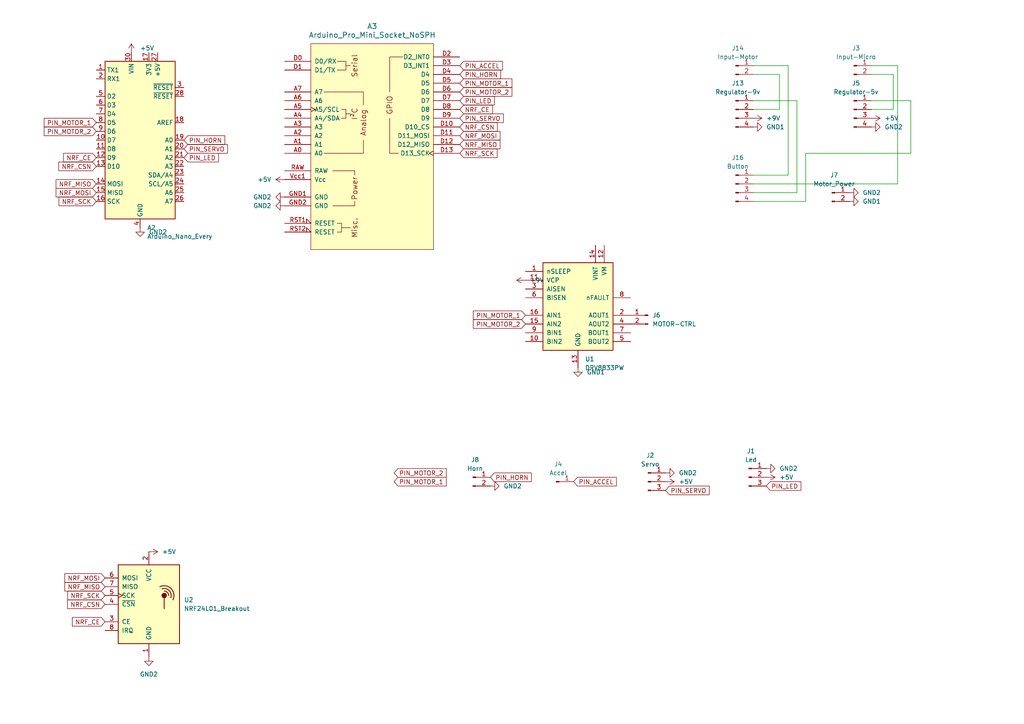
<source format=kicad_sch>
(kicad_sch (version 20230121) (generator eeschema)
  (paper "A4")
  (lib_symbols
    (symbol "Connector:Conn_01x01_Male" (pin_names (offset 1.016) hide)
      (property "Reference" "J" (at 0 2.54 0))
      (property "Value" "Conn_01x01_Male" (at 0 -2.54 0))
      (symbol "Conn_01x01_Male_1_1"
        (polyline (pts (xy 1.27 0) (xy 0.8636 0)) (stroke (width 0.1524)))
        (rectangle (start 0.8636 0.127) (end 0 -0.127) (stroke (width 0.1524)) (fill (type outline)))
        (pin passive line (at 5.08 0 180) (length 3.81) (name "Pin_1") (number "1"))
      )
    )
    (symbol "Connector:Conn_01x02_Male" (pin_names (offset 1.016) hide)
      (property "Reference" "J" (at 0 2.54 0))
      (property "Value" "Conn_01x02_Male" (at 0 -5.08 0))
      (symbol "Conn_01x02_Male_1_1"
        (polyline (pts (xy 1.27 -2.54) (xy 0.8636 -2.54)) (stroke (width 0.1524)))
        (polyline (pts (xy 1.27 0) (xy 0.8636 0)) (stroke (width 0.1524)))
        (rectangle (start 0.8636 -2.413) (end 0 -2.667) (stroke (width 0.1524)) (fill (type outline)))
        (rectangle (start 0.8636 0.127) (end 0 -0.127) (stroke (width 0.1524)) (fill (type outline)))
        (pin passive line (at 5.08 0 180) (length 3.81) (name "Pin_1") (number "1"))
        (pin passive line (at 5.08 -2.54 180) (length 3.81) (name "Pin_2") (number "2"))
      )
    )
    (symbol "Connector:Conn_01x03_Male" (pin_names (offset 1.016) hide)
      (property "Reference" "J" (at 0 5.08 0))
      (property "Value" "Conn_01x03_Male" (at 0 -5.08 0))
      (symbol "Conn_01x03_Male_1_1"
        (polyline (pts (xy 1.27 -2.54) (xy 0.8636 -2.54)) (stroke (width 0.1524)))
        (polyline (pts (xy 1.27 0) (xy 0.8636 0)) (stroke (width 0.1524)))
        (polyline (pts (xy 1.27 2.54) (xy 0.8636 2.54)) (stroke (width 0.1524)))
        (rectangle (start 0.8636 -2.413) (end 0 -2.667) (stroke (width 0.1524)) (fill (type outline)))
        (rectangle (start 0.8636 0.127) (end 0 -0.127) (stroke (width 0.1524)) (fill (type outline)))
        (rectangle (start 0.8636 2.667) (end 0 2.413) (stroke (width 0.1524)) (fill (type outline)))
        (pin passive line (at 5.08 2.54 180) (length 3.81) (name "Pin_1") (number "1"))
        (pin passive line (at 5.08 0 180) (length 3.81) (name "Pin_2") (number "2"))
        (pin passive line (at 5.08 -2.54 180) (length 3.81) (name "Pin_3") (number "3"))
      )
    )
    (symbol "Connector:Conn_01x04_Male" (pin_names (offset 1.016) hide)
      (property "Reference" "J" (at 0 5.08 0))
      (property "Value" "Conn_01x04_Male" (at 0 -7.62 0))
      (symbol "Conn_01x04_Male_1_1"
        (polyline (pts (xy 1.27 -5.08) (xy 0.8636 -5.08)) (stroke (width 0.1524)))
        (polyline (pts (xy 1.27 -2.54) (xy 0.8636 -2.54)) (stroke (width 0.1524)))
        (polyline (pts (xy 1.27 0) (xy 0.8636 0)) (stroke (width 0.1524)))
        (polyline (pts (xy 1.27 2.54) (xy 0.8636 2.54)) (stroke (width 0.1524)))
        (rectangle (start 0.8636 -4.953) (end 0 -5.207) (stroke (width 0.1524)) (fill (type outline)))
        (rectangle (start 0.8636 -2.413) (end 0 -2.667) (stroke (width 0.1524)) (fill (type outline)))
        (rectangle (start 0.8636 0.127) (end 0 -0.127) (stroke (width 0.1524)) (fill (type outline)))
        (rectangle (start 0.8636 2.667) (end 0 2.413) (stroke (width 0.1524)) (fill (type outline)))
        (pin passive line (at 5.08 2.54 180) (length 3.81) (name "Pin_1") (number "1"))
        (pin passive line (at 5.08 0 180) (length 3.81) (name "Pin_2") (number "2"))
        (pin passive line (at 5.08 -2.54 180) (length 3.81) (name "Pin_3") (number "3"))
        (pin passive line (at 5.08 -5.08 180) (length 3.81) (name "Pin_4") (number "4"))
      )
    )
    (symbol "Driver_Motor:DRV8833PW" (pin_names (offset 1.016))
      (property "Reference" "U" (at -3.81 16.51 0))
      (property "Value" "DRV8833PW" (at -3.81 13.97 0))
      (symbol "DRV8833PW_0_1"
        (rectangle (start -10.16 12.7) (end 10.16 -12.7) (stroke (width 0.254)) (fill (type background)))
      )
      (symbol "DRV8833PW_1_1"
        (pin input line (at -15.24 10.16 0) (length 5.08) (name "nSLEEP") (number "1"))
        (pin input line (at -15.24 -10.16 0) (length 5.08) (name "BIN2") (number "10"))
        (pin bidirectional line (at -15.24 7.62 0) (length 5.08) (name "VCP") (number "11"))
        (pin power_in line (at 7.62 17.78 270) (length 5.08) (name "VM") (number "12"))
        (pin power_in line (at 0 -17.78 90) (length 5.08) (name "GND") (number "13"))
        (pin power_in line (at 5.08 17.78 270) (length 5.08) (name "VINT") (number "14"))
        (pin input line (at -15.24 -5.08 0) (length 5.08) (name "AIN2") (number "15"))
        (pin input line (at -15.24 -2.54 0) (length 5.08) (name "AIN1") (number "16"))
        (pin power_out line (at 15.24 -2.54 180) (length 5.08) (name "AOUT1") (number "2"))
        (pin bidirectional line (at -15.24 5.08 0) (length 5.08) (name "AISEN") (number "3"))
        (pin power_out line (at 15.24 -5.08 180) (length 5.08) (name "AOUT2") (number "4"))
        (pin power_out line (at 15.24 -10.16 180) (length 5.08) (name "BOUT2") (number "5"))
        (pin bidirectional line (at -15.24 2.54 0) (length 5.08) (name "BISEN") (number "6"))
        (pin power_out line (at 15.24 -7.62 180) (length 5.08) (name "BOUT1") (number "7"))
        (pin open_collector line (at 15.24 2.54 180) (length 5.08) (name "nFAULT") (number "8"))
        (pin input line (at -15.24 -7.62 0) (length 5.08) (name "BIN1") (number "9"))
      )
    )
    (symbol "MCU_Module:Arduino_Nano_Every"
      (property "Reference" "A" (at -10.16 23.495 0))
      (property "Value" "Arduino_Nano_Every" (at 5.08 -24.13 0))
      (symbol "Arduino_Nano_Every_0_1"
        (rectangle (start -10.16 22.86) (end 10.16 -22.86) (stroke (width 0.254)) (fill (type background)))
      )
      (symbol "Arduino_Nano_Every_1_1"
        (pin bidirectional line (at -12.7 20.32 0) (length 2.54) (name "TX1") (number "1"))
        (pin bidirectional line (at -12.7 0 0) (length 2.54) (name "D7") (number "10"))
        (pin bidirectional line (at -12.7 -2.54 0) (length 2.54) (name "D8") (number "11"))
        (pin bidirectional line (at -12.7 -5.08 0) (length 2.54) (name "D9") (number "12"))
        (pin bidirectional line (at -12.7 -7.62 0) (length 2.54) (name "D10") (number "13"))
        (pin bidirectional line (at -12.7 -12.7 0) (length 2.54) (name "MOSI") (number "14"))
        (pin bidirectional line (at -12.7 -15.24 0) (length 2.54) (name "MISO") (number "15"))
        (pin bidirectional line (at -12.7 -17.78 0) (length 2.54) (name "SCK") (number "16"))
        (pin power_out line (at 2.54 25.4 270) (length 2.54) (name "3V3") (number "17"))
        (pin input line (at 12.7 5.08 180) (length 2.54) (name "AREF") (number "18"))
        (pin bidirectional line (at 12.7 0 180) (length 2.54) (name "A0") (number "19"))
        (pin bidirectional line (at -12.7 17.78 0) (length 2.54) (name "RX1") (number "2"))
        (pin bidirectional line (at 12.7 -2.54 180) (length 2.54) (name "A1") (number "20"))
        (pin bidirectional line (at 12.7 -5.08 180) (length 2.54) (name "A2") (number "21"))
        (pin bidirectional line (at 12.7 -7.62 180) (length 2.54) (name "A3") (number "22"))
        (pin bidirectional line (at 12.7 -10.16 180) (length 2.54) (name "SDA/A4") (number "23"))
        (pin bidirectional line (at 12.7 -12.7 180) (length 2.54) (name "SCL/A5") (number "24"))
        (pin bidirectional line (at 12.7 -15.24 180) (length 2.54) (name "A6") (number "25"))
        (pin bidirectional line (at 12.7 -17.78 180) (length 2.54) (name "A7") (number "26"))
        (pin power_out line (at 5.08 25.4 270) (length 2.54) (name "+5V") (number "27"))
        (pin input line (at 12.7 12.7 180) (length 2.54) (name "~{RESET}") (number "28"))
        (pin passive line (at 0 -25.4 90) (length 2.54) hide (name "GND") (number "29"))
        (pin input line (at 12.7 15.24 180) (length 2.54) (name "~{RESET}") (number "3"))
        (pin power_in line (at -2.54 25.4 270) (length 2.54) (name "VIN") (number "30"))
        (pin power_in line (at 0 -25.4 90) (length 2.54) (name "GND") (number "4"))
        (pin bidirectional line (at -12.7 12.7 0) (length 2.54) (name "D2") (number "5"))
        (pin bidirectional line (at -12.7 10.16 0) (length 2.54) (name "D3") (number "6"))
        (pin bidirectional line (at -12.7 7.62 0) (length 2.54) (name "D4") (number "7"))
        (pin bidirectional line (at -12.7 5.08 0) (length 2.54) (name "D5") (number "8"))
        (pin bidirectional line (at -12.7 2.54 0) (length 2.54) (name "D6") (number "9"))
      )
    )
    (symbol "PCM_arduino-library:Arduino_Pro_Mini_Socket_NoSPH" (pin_names (offset 1.016))
      (property "Reference" "A" (at 0 36.83 0))
      (property "Value" "Arduino_Pro_Mini_Socket_NoSPH" (at 0 33.02 0))
      (symbol "Arduino_Pro_Mini_Socket_NoSPH_0_0"
        (rectangle (start -17.78 30.48) (end 17.78 -29.21) (fill (type background)))
        (polyline (pts (xy -7.62 10.16) (xy -6.35 10.16)))
        (polyline (pts (xy -7.62 24.13) (xy -6.35 24.13)))
        (polyline (pts (xy -6.35 -22.86) (xy -8.89 -22.86)))
        (polyline (pts (xy -11.43 -16.51) (xy -5.08 -16.51) (xy -5.08 -15.24)))
        (polyline (pts (xy -5.08 -7.62) (xy -5.08 -6.35) (xy -11.43 -6.35)))
        (polyline (pts (xy -2.54 2.54) (xy -2.54 -1.27) (xy -13.97 -1.27)))
        (polyline (pts (xy -2.54 12.7) (xy -2.54 16.51) (xy -13.97 16.51)))
        (polyline (pts (xy -10.16 25.4) (xy -7.62 25.4) (xy -7.62 22.86) (xy -10.16 22.86)))
        (polyline (pts (xy -8.89 11.43) (xy -7.62 11.43) (xy -7.62 8.89) (xy -8.89 8.89)))
        (text "Analog" (at -2.54 7.62 900) (effects (font (size 1.524 1.524))))
        (text "I²C" (at -5.08 10.16 900) (effects (font (size 1.524 1.524))))
        (text "Misc." (at -5.08 -22.86 900) (effects (font (size 1.524 1.524))))
        (text "Power" (at -5.08 -11.43 900) (effects (font (size 1.524 1.524))))
        (text "Serial" (at -5.08 24.13 900) (effects (font (size 1.524 1.524))))
      )
      (symbol "Arduino_Pro_Mini_Socket_NoSPH_0_1"
        (polyline (pts (xy 7.62 -1.27) (xy 5.08 -1.27) (xy 5.08 8.89)))
        (polyline (pts (xy 8.89 26.67) (xy 5.08 26.67) (xy 5.08 16.51)))
        (polyline (pts (xy -10.16 -24.13) (xy -8.89 -24.13) (xy -8.89 -21.59) (xy -10.16 -21.59)))
      )
      (symbol "Arduino_Pro_Mini_Socket_NoSPH_1_0"
        (text "GPIO" (at 5.08 12.7 900) (effects (font (size 1.524 1.524))))
      )
      (symbol "Arduino_Pro_Mini_Socket_NoSPH_1_1"
        (pin bidirectional line (at -25.4 -1.27 0) (length 7.62) (name "A0") (number "A0"))
        (pin bidirectional line (at -25.4 1.27 0) (length 7.62) (name "A1") (number "A1"))
        (pin bidirectional line (at -25.4 3.81 0) (length 7.62) (name "A2") (number "A2"))
        (pin bidirectional line (at -25.4 6.35 0) (length 7.62) (name "A3") (number "A3"))
        (pin bidirectional line (at -25.4 8.89 0) (length 7.62) (name "A4/SDA") (number "A4"))
        (pin bidirectional clock (at -25.4 11.43 0) (length 7.62) (name "A5/SCL") (number "A5"))
        (pin input line (at -25.4 13.97 0) (length 7.62) (name "A6") (number "A6"))
        (pin input line (at -25.4 16.51 0) (length 7.62) (name "A7") (number "A7"))
        (pin bidirectional line (at -25.4 25.4 0) (length 7.62) (name "D0/RX") (number "D0"))
        (pin bidirectional line (at -25.4 22.86 0) (length 7.62) (name "D1/TX") (number "D1"))
        (pin bidirectional line (at 25.4 6.35 180) (length 7.62) (name "D10_CS") (number "D10"))
        (pin bidirectional line (at 25.4 3.81 180) (length 7.62) (name "D11_MOSI") (number "D11"))
        (pin bidirectional line (at 25.4 1.27 180) (length 7.62) (name "D12_MISO") (number "D12"))
        (pin bidirectional clock (at 25.4 -1.27 180) (length 7.62) (name "D13_SCK") (number "D13"))
        (pin bidirectional line (at 25.4 26.67 180) (length 7.62) (name "D2_INT0") (number "D2"))
        (pin bidirectional line (at 25.4 24.13 180) (length 7.62) (name "D3_INT1") (number "D3"))
        (pin bidirectional line (at 25.4 21.59 180) (length 7.62) (name "D4") (number "D4"))
        (pin bidirectional line (at 25.4 19.05 180) (length 7.62) (name "D5") (number "D5"))
        (pin bidirectional line (at 25.4 16.51 180) (length 7.62) (name "D6") (number "D6"))
        (pin bidirectional line (at 25.4 13.97 180) (length 7.62) (name "D7") (number "D7"))
        (pin bidirectional line (at 25.4 11.43 180) (length 7.62) (name "D8") (number "D8"))
        (pin bidirectional line (at 25.4 8.89 180) (length 7.62) (name "D9") (number "D9"))
        (pin power_in line (at -25.4 -13.97 0) (length 7.62) (name "GND") (number "GND1"))
        (pin power_in line (at -25.4 -16.51 0) (length 7.62) (name "GND") (number "GND2"))
        (pin power_in line (at -25.4 -6.35 0) (length 7.62) (name "RAW") (number "RAW"))
        (pin open_collector input_low (at -25.4 -21.59 0) (length 7.62) (name "RESET") (number "RST1"))
        (pin open_collector input_low (at -25.4 -24.13 0) (length 7.62) (name "RESET") (number "RST2"))
        (pin power_in line (at -25.4 -8.89 0) (length 7.62) (name "Vcc") (number "Vcc1"))
      )
    )
    (symbol "RF:NRF24L01_Breakout" (pin_names (offset 1.016))
      (property "Reference" "U" (at -8.89 12.7 0))
      (property "Value" "NRF24L01_Breakout" (at 3.81 12.7 0))
      (symbol "NRF24L01_Breakout_0_1"
        (rectangle (start -8.89 11.43) (end 8.89 -11.43) (stroke (width 0.254)) (fill (type background)))
        (polyline (pts (xy 4.445 1.905) (xy 4.445 -1.27)) (stroke (width 0.254)))
        (circle (center 4.445 2.54) (radius 0.635) (stroke (width 0.254)) (fill (type outline)))
        (arc (start 5.715 2.54) (mid 5.3559 3.4509) (end 4.445 3.81) (stroke (width 0.254)))
        (arc (start 6.35 1.905) (mid 5.8833 3.9783) (end 3.81 4.445) (stroke (width 0.254)))
        (arc (start 6.985 1.27) (mid 6.453 4.548) (end 3.175 5.08) (stroke (width 0.254)))
      )
      (symbol "NRF24L01_Breakout_1_1"
        (pin power_in line (at 0 -15.24 90) (length 3.81) (name "GND") (number "1"))
        (pin power_in line (at 0 15.24 270) (length 3.81) (name "VCC") (number "2"))
        (pin input line (at -12.7 -5.08 0) (length 3.81) (name "CE") (number "3"))
        (pin input line (at -12.7 0 0) (length 3.81) (name "~{CSN}") (number "4"))
        (pin input clock (at -12.7 2.54 0) (length 3.81) (name "SCK") (number "5"))
        (pin input line (at -12.7 7.62 0) (length 3.81) (name "MOSI") (number "6"))
        (pin output line (at -12.7 5.08 0) (length 3.81) (name "MISO") (number "7"))
        (pin output line (at -12.7 -7.62 0) (length 3.81) (name "IRQ") (number "8"))
      )
    )
    (symbol "power:+5V" (power) (pin_names (offset 0))
      (property "Value" "+5V" (at 0 3.556 0))
      (symbol "+5V_0_1"
        (polyline (pts (xy -0.762 1.27) (xy 0 2.54)))
        (polyline (pts (xy 0 0) (xy 0 2.54)))
        (polyline (pts (xy 0 2.54) (xy 0.762 1.27)))
      )
      (symbol "+5V_1_1"
        (pin power_in line (at 0 0 90) (length 0) hide (name "+5V") (number "1"))
      )
    )
    (symbol "power:+9V" (power) (pin_names (offset 0))
      (property "Value" "+9V" (at 0 3.556 0))
      (symbol "+9V_0_1"
        (polyline (pts (xy -0.762 1.27) (xy 0 2.54)))
        (polyline (pts (xy 0 0) (xy 0 2.54)))
        (polyline (pts (xy 0 2.54) (xy 0.762 1.27)))
      )
      (symbol "+9V_1_1"
        (pin power_in line (at 0 0 90) (length 0) hide (name "+9V") (number "1"))
      )
    )
    (symbol "power:GND1" (power) (pin_names (offset 0))
      (property "Value" "GND1" (at 0 -3.81 0))
      (symbol "GND1_0_1"
        (polyline (pts (xy 0 0) (xy 0 -1.27) (xy 1.27 -1.27) (xy 0 -2.54) (xy -1.27 -1.27) (xy 0 -1.27)))
      )
      (symbol "GND1_1_1"
        (pin power_in line (at 0 0 270) (length 0) hide (name "GND1") (number "1"))
      )
    )
    (symbol "power:GND2" (power) (pin_names (offset 0))
      (property "Value" "GND2" (at 0 -3.81 0))
      (symbol "GND2_0_1"
        (polyline (pts (xy 0 0) (xy 0 -1.27) (xy 1.27 -1.27) (xy 0 -2.54) (xy -1.27 -1.27) (xy 0 -1.27)))
      )
      (symbol "GND2_1_1"
        (pin power_in line (at 0 0 270) (length 0) hide (name "GND2") (number "1"))
      )
    )
  )
  (wire (pts (xy 218.44 50.8) (xy 228.6 50.8)))
  (wire (pts (xy 252.73 19.05) (xy 260.35 19.05)))
  (wire (pts (xy 218.44 31.75) (xy 226.06 31.75)))
  (wire (pts (xy 252.73 31.75) (xy 259.08 31.75)))
  (wire (pts (xy 228.6 19.05) (xy 228.6 50.8)))
  (wire (pts (xy 264.16 29.21) (xy 252.73 29.21)))
  (wire (pts (xy 264.16 44.45) (xy 264.16 29.21)))
  (wire (pts (xy 259.08 21.59) (xy 259.08 31.75)))
  (wire (pts (xy 233.68 44.45) (xy 264.16 44.45)))
  (wire (pts (xy 218.44 21.59) (xy 226.06 21.59)))
  (wire (pts (xy 233.68 58.42) (xy 233.68 44.45)))
  (wire (pts (xy 218.44 58.42) (xy 233.68 58.42)))
  (wire (pts (xy 226.06 21.59) (xy 226.06 31.75)))
  (wire (pts (xy 252.73 21.59) (xy 259.08 21.59)))
  (wire (pts (xy 260.35 19.05) (xy 260.35 53.34)))
  (wire (pts (xy 231.14 29.21) (xy 218.44 29.21)))
  (wire (pts (xy 231.14 55.88) (xy 231.14 29.21)))
  (wire (pts (xy 218.44 19.05) (xy 228.6 19.05)))
  (wire (pts (xy 218.44 55.88) (xy 231.14 55.88)))
  (wire (pts (xy 260.35 53.34) (xy 218.44 53.34)))
  (global_label "PIN_HORN" (shape input) (at 53.34 40.64 0) (property "Intersheetrefs" "${INTERSHEET_REFS}" (effects hide)))
  (global_label "PIN_HORN" (shape input) (at 142.24 138.43 0) (property "Intersheetrefs" "${INTERSHEET_REFS}" (effects hide)))
  (global_label "PIN_MOTOR_2" (shape input) (at 114.3 137.16 0) (property "Intersheetrefs" "${INTERSHEET_REFS}" (effects hide)))
  (global_label "PIN_SERVO" (shape input) (at 133.35 34.29 0) (property "Intersheetrefs" "${INTERSHEET_REFS}" (effects hide)))
  (global_label "NRF_MISO" (shape input) (at 30.48 170.18 180) (property "Intersheetrefs" "${INTERSHEET_REFS}" (effects hide)))
  (global_label "NRF_MISO" (shape input) (at 133.35 41.91 0) (property "Intersheetrefs" "${INTERSHEET_REFS}" (effects hide)))
  (global_label "NRF_MOSI" (shape input) (at 30.48 167.64 180) (property "Intersheetrefs" "${INTERSHEET_REFS}" (effects hide)))
  (global_label "NRF_CE" (shape input) (at 27.94 45.72 180) (property "Intersheetrefs" "${INTERSHEET_REFS}" (effects hide)))
  (global_label "PIN_SERVO" (shape input) (at 53.34 43.18 0) (property "Intersheetrefs" "${INTERSHEET_REFS}" (effects hide)))
  (global_label "PIN_HORN" (shape input) (at 133.35 21.59 0) (property "Intersheetrefs" "${INTERSHEET_REFS}" (effects hide)))
  (global_label "NRF_CSN" (shape input) (at 30.48 175.26 180) (property "Intersheetrefs" "${INTERSHEET_REFS}" (effects hide)))
  (global_label "PIN_MOTOR_2" (shape input) (at 27.94 38.1 180) (property "Intersheetrefs" "${INTERSHEET_REFS}" (effects hide)))
  (global_label "PIN_ACCEL" (shape input) (at 166.37 139.7 0) (property "Intersheetrefs" "${INTERSHEET_REFS}" (effects hide)))
  (global_label "PIN_MOTOR_1" (shape input) (at 152.4 91.44 180) (property "Intersheetrefs" "${INTERSHEET_REFS}" (effects hide)))
  (global_label "NRF_MISO" (shape input) (at 27.94 53.34 180) (property "Intersheetrefs" "${INTERSHEET_REFS}" (effects hide)))
  (global_label "NRF_CE" (shape input) (at 133.35 31.75 0) (property "Intersheetrefs" "${INTERSHEET_REFS}" (effects hide)))
  (global_label "PIN_MOTOR_1" (shape input) (at 27.94 35.56 180) (property "Intersheetrefs" "${INTERSHEET_REFS}" (effects hide)))
  (global_label "NRF_MOSI" (shape input) (at 133.35 39.37 0) (property "Intersheetrefs" "${INTERSHEET_REFS}" (effects hide)))
  (global_label "NRF_SCK" (shape input) (at 133.35 44.45 0) (property "Intersheetrefs" "${INTERSHEET_REFS}" (effects hide)))
  (global_label "NRF_SCK" (shape input) (at 30.48 172.72 180) (property "Intersheetrefs" "${INTERSHEET_REFS}" (effects hide)))
  (global_label "PIN_ACCEL" (shape input) (at 133.35 19.05 0) (property "Intersheetrefs" "${INTERSHEET_REFS}" (effects hide)))
  (global_label "PIN_LED" (shape input) (at 53.34 45.72 0) (property "Intersheetrefs" "${INTERSHEET_REFS}" (effects hide)))
  (global_label "NRF_SCK" (shape input) (at 27.94 58.42 180) (property "Intersheetrefs" "${INTERSHEET_REFS}" (effects hide)))
  (global_label "PIN_LED" (shape input) (at 222.25 140.97 0) (property "Intersheetrefs" "${INTERSHEET_REFS}" (effects hide)))
  (global_label "NRF_CE" (shape input) (at 30.48 180.34 180) (property "Intersheetrefs" "${INTERSHEET_REFS}" (effects hide)))
  (global_label "NRF_MOSI" (shape input) (at 27.94 55.88 180) (property "Intersheetrefs" "${INTERSHEET_REFS}" (effects hide)))
  (global_label "NRF_CSN" (shape input) (at 133.35 36.83 0) (property "Intersheetrefs" "${INTERSHEET_REFS}" (effects hide)))
  (global_label "PIN_SERVO" (shape input) (at 193.04 142.24 0) (property "Intersheetrefs" "${INTERSHEET_REFS}" (effects hide)))
  (global_label "NRF_CSN" (shape input) (at 27.94 48.26 180) (property "Intersheetrefs" "${INTERSHEET_REFS}" (effects hide)))
  (global_label "PIN_MOTOR_2" (shape input) (at 152.4 93.98 180) (property "Intersheetrefs" "${INTERSHEET_REFS}" (effects hide)))
  (global_label "PIN_MOTOR_2" (shape input) (at 133.35 26.67 0) (property "Intersheetrefs" "${INTERSHEET_REFS}" (effects hide)))
  (global_label "PIN_MOTOR_1" (shape input) (at 114.3 139.7 0) (property "Intersheetrefs" "${INTERSHEET_REFS}" (effects hide)))
  (global_label "PIN_LED" (shape input) (at 133.35 29.21 0) (property "Intersheetrefs" "${INTERSHEET_REFS}" (effects hide)))
  (global_label "PIN_MOTOR_1" (shape input) (at 133.35 24.13 0) (property "Intersheetrefs" "${INTERSHEET_REFS}" (effects hide)))
  (symbol (lib_id "Connector:Conn_01x02_Male") (at 247.65 19.05 0) (unit 1)
    (property "Reference" "J3" (at 248.285 13.97 0))
    (property "Value" "Input-Micro" (at 248.285 16.51 0))
    (property "Footprint" "Connector_PinHeader_2.54mm:PinHeader_1x02_P2.54mm_Vertical" (effects hide))
  )
  (symbol (lib_id "power:GND2") (at 82.55 59.69 270) (mirror x) (unit 1)
    (property "Reference" "#PWR0114" (effects hide))
    (property "Value" "GND2" (at 78.74 59.6899 90) (effects (justify right)))
  )
  (symbol (lib_id "power:+5V") (at 82.55 52.07 90) (unit 1)
    (property "Reference" "#PWR0105" (effects hide))
    (property "Value" "+5V" (at 78.74 52.0699 90) (effects (justify left)))
  )
  (symbol (lib_id "power:GND2") (at 40.64 66.04 0) (mirror y) (unit 1)
    (property "Reference" "#PWR0117" (effects hide))
    (property "Value" "GND2" (at 43.18 67.3099 0) (effects (justify right)))
  )
  (symbol (lib_id "power:+5V") (at 252.73 34.29 270) (unit 1)
    (property "Reference" "#PWR0110" (effects hide))
    (property "Value" "+5V" (at 256.54 34.2899 90) (effects (justify left)))
  )
  (symbol (lib_id "power:+5V") (at 43.18 160.02 270) (unit 1)
    (property "Reference" "#PWR0113" (effects hide))
    (property "Value" "+5V" (at 46.99 160.0199 90) (effects (justify left)))
  )
  (symbol (lib_id "PCM_arduino-library:Arduino_Pro_Mini_Socket_NoSPH") (at 107.95 43.18 0) (unit 1)
    (property "Reference" "A3" (at 107.95 7.62 0) (effects (font (size 1.524 1.524))))
    (property "Value" "Arduino_Pro_Mini_Socket_NoSPH" (at 107.95 10.16 0) (effects (font (size 1.524 1.524))))
    (property "Footprint" "PCM_arduino-library:Arduino_Pro_Mini_Socket_NoSPH" (effects hide))
    (property "Datasheet" "https://docs.arduino.cc/retired/boards/arduino-pro-mini" (effects hide))
  )
  (symbol (lib_id "RF:NRF24L01_Breakout") (at 43.18 175.26 0) (unit 1)
    (property "Reference" "U2" (at 53.34 173.9899 0) (effects (justify left)))
    (property "Value" "NRF24L01_Breakout" (at 53.34 176.5299 0) (effects (justify left)))
    (property "Footprint" "Arduino pro mini:NRF24L01" (effects hide))
    (property "Datasheet" "http://www.nordicsemi.com/eng/content/download/2730/34105/file/nRF24L01_Product_Specification_v2_0.pdf" (effects hide))
  )
  (symbol (lib_id "Connector:Conn_01x02_Male") (at 187.96 91.44 0) (mirror y) (unit 1)
    (property "Reference" "J6" (at 189.23 91.4399 0) (effects (justify right)))
    (property "Value" "MOTOR-CTRL" (at 189.23 93.9799 0) (effects (justify right)))
    (property "Footprint" "Connector_PinHeader_2.54mm:PinHeader_1x02_P2.54mm_Vertical" (effects hide))
  )
  (symbol (lib_id "Driver_Motor:DRV8833PW") (at 167.64 88.9 0) (unit 1)
    (property "Reference" "U1" (at 169.6594 104.14 0) (effects (justify left)))
    (property "Value" "DRV8833PW" (at 169.6594 106.68 0) (effects (justify left)))
    (property "Footprint" "Package_SO:TSSOP-16_4.4x5mm_P0.65mm" (effects hide))
    (property "Datasheet" "http://www.ti.com/lit/ds/symlink/drv8833.pdf" (effects hide))
  )
  (symbol (lib_id "MCU_Module:Arduino_Nano_Every") (at 40.64 40.64 0) (unit 1)
    (property "Reference" "A2" (at 42.6594 66.04 0) (effects (justify left)))
    (property "Value" "Arduino_Nano_Every" (at 42.6594 68.58 0) (effects (justify left)))
    (property "Footprint" "Module:Arduino_Nano" (effects hide))
    (property "Datasheet" "https://content.arduino.cc/assets/NANOEveryV3.0_sch.pdf" (effects hide))
  )
  (symbol (lib_id "power:GND2") (at 193.04 137.16 90) (unit 1)
    (property "Reference" "#PWR0102" (effects hide))
    (property "Value" "GND2" (at 196.85 137.1599 90) (effects (justify right)))
  )
  (symbol (lib_id "Connector:Conn_01x01_Male") (at 161.29 139.7 0) (unit 1)
    (property "Reference" "J4" (at 161.925 134.62 0))
    (property "Value" "Accel" (at 161.925 137.16 0))
    (property "Footprint" "Connector_PinHeader_2.54mm:PinHeader_1x01_P2.54mm_Vertical" (effects hide))
  )
  (symbol (lib_id "Connector:Conn_01x03_Male") (at 187.96 139.7 0) (unit 1)
    (property "Reference" "J2" (at 188.595 132.08 0))
    (property "Value" "Servo" (at 188.595 134.62 0))
    (property "Footprint" "Connector_PinHeader_2.54mm:PinHeader_1x03_P2.54mm_Vertical" (effects hide))
  )
  (symbol (lib_id "power:+5V") (at 222.25 138.43 270) (unit 1)
    (property "Reference" "#PWR0112" (effects hide))
    (property "Value" "+5V" (at 226.06 138.4299 90) (effects (justify left)))
  )
  (symbol (lib_id "power:GND2") (at 222.25 135.89 90) (unit 1)
    (property "Reference" "#PWR0104" (effects hide))
    (property "Value" "GND2" (at 226.06 135.8899 90) (effects (justify right)))
  )
  (symbol (lib_id "power:GND2") (at 246.38 55.88 90) (unit 1)
    (property "Reference" "#PWR0109" (effects hide))
    (property "Value" "GND2" (at 250.19 55.8799 90) (effects (justify right)))
  )
  (symbol (lib_id "Connector:Conn_01x04_Male") (at 213.36 31.75 0) (unit 1)
    (property "Reference" "J13" (at 213.995 24.13 0))
    (property "Value" "Regulator-9v" (at 213.995 26.67 0))
    (property "Footprint" "Connector_PinHeader_2.54mm:PinHeader_2x02_P2.54mm_Vertical" (effects hide))
  )
  (symbol (lib_id "Connector:Conn_01x02_Male") (at 241.3 55.88 0) (unit 1)
    (property "Reference" "J7" (at 241.935 50.8 0))
    (property "Value" "Motor_Power" (at 241.935 53.34 0))
    (property "Footprint" "Connector_PinHeader_2.54mm:PinHeader_1x02_P2.54mm_Vertical" (effects hide))
  )
  (symbol (lib_id "Connector:Conn_01x03_Male") (at 217.17 138.43 0) (unit 1)
    (property "Reference" "J1" (at 217.805 130.81 0))
    (property "Value" "Led" (at 217.805 133.35 0))
    (property "Footprint" "Connector_PinHeader_2.54mm:PinHeader_1x03_P2.54mm_Vertical" (effects hide))
  )
  (symbol (lib_id "Connector:Conn_01x02_Male") (at 137.16 138.43 0) (unit 1)
    (property "Reference" "J8" (at 137.795 133.35 0))
    (property "Value" "Horn" (at 137.795 135.89 0))
    (property "Footprint" "Connector_PinHeader_2.54mm:PinHeader_1x02_P2.54mm_Vertical" (effects hide))
  )
  (symbol (lib_id "power:GND2") (at 82.55 57.15 270) (mirror x) (unit 1)
    (property "Reference" "#PWR0101" (effects hide))
    (property "Value" "GND2" (at 78.74 57.1499 90) (effects (justify right)))
  )
  (symbol (lib_id "power:+5V") (at 38.1 15.24 0) (unit 1)
    (property "Reference" "#PWR0118" (effects hide))
    (property "Value" "+5V" (at 40.64 13.9699 0) (effects (justify left)))
  )
  (symbol (lib_id "Connector:Conn_01x04_Male") (at 213.36 53.34 0) (unit 1)
    (property "Reference" "J16" (at 213.995 45.72 0))
    (property "Value" "Button" (at 213.995 48.26 0))
    (property "Footprint" "Connector_PinHeader_2.54mm:PinHeader_2x02_P2.54mm_Vertical" (effects hide))
  )
  (symbol (lib_id "Connector:Conn_01x02_Male") (at 213.36 19.05 0) (unit 1)
    (property "Reference" "J14" (at 213.995 13.97 0))
    (property "Value" "Input-Motor" (at 213.995 16.51 0))
    (property "Footprint" "Connector_PinHeader_2.54mm:PinHeader_1x02_P2.54mm_Vertical" (effects hide))
  )
  (symbol (lib_id "power:GND1") (at 167.64 106.68 0) (unit 1)
    (property "Reference" "#PWR0116" (effects hide))
    (property "Value" "GND1" (at 170.18 107.9499 0) (effects (justify left)))
  )
  (symbol (lib_id "power:+9V") (at 152.4 81.28 90) (unit 1)
    (property "Reference" "#PWR0115" (effects hide))
    (property "Value" "+9V" (at 153.67 81.2799 90) (effects (justify right)))
  )
  (symbol (lib_id "power:+9V") (at 218.44 34.29 270) (unit 1)
    (property "Reference" "#PWR0111" (effects hide))
    (property "Value" "+9V" (at 222.25 34.2899 90) (effects (justify left)))
  )
  (symbol (lib_id "power:GND2") (at 43.18 190.5 0) (unit 1)
    (property "Reference" "#PWR0107" (effects hide))
    (property "Value" "GND2" (at 43.18 195.58 0))
  )
  (symbol (lib_id "power:GND1") (at 246.38 58.42 90) (unit 1)
    (property "Reference" "#PWR0108" (effects hide))
    (property "Value" "GND1" (at 250.19 58.4199 90) (effects (justify right)))
  )
  (symbol (lib_id "power:+5V") (at 193.04 139.7 270) (unit 1)
    (property "Reference" "#PWR0103" (effects hide))
    (property "Value" "+5V" (at 196.85 139.6999 90) (effects (justify left)))
  )
  (symbol (lib_id "Connector:Conn_01x04_Male") (at 247.65 31.75 0) (unit 1)
    (property "Reference" "J5" (at 248.285 24.13 0))
    (property "Value" "Regulator-5v" (at 248.285 26.67 0))
    (property "Footprint" "Connector_PinHeader_2.54mm:PinHeader_2x02_P2.54mm_Vertical" (effects hide))
  )
  (symbol (lib_id "power:GND1") (at 218.44 36.83 90) (unit 1)
    (property "Reference" "#PWR0125" (effects hide))
    (property "Value" "GND1" (at 222.25 36.8299 90) (effects (justify right)))
  )
  (symbol (lib_id "power:GND2") (at 142.24 140.97 90) (unit 1)
    (property "Reference" "#PWR0106" (effects hide))
    (property "Value" "GND2" (at 146.05 140.9699 90) (effects (justify right)))
  )
  (symbol (lib_id "power:GND2") (at 252.73 36.83 90) (unit 1)
    (property "Reference" "#PWR0124" (effects hide))
    (property "Value" "GND2" (at 256.54 36.8299 90) (effects (justify right)))
  )
)
</source>
